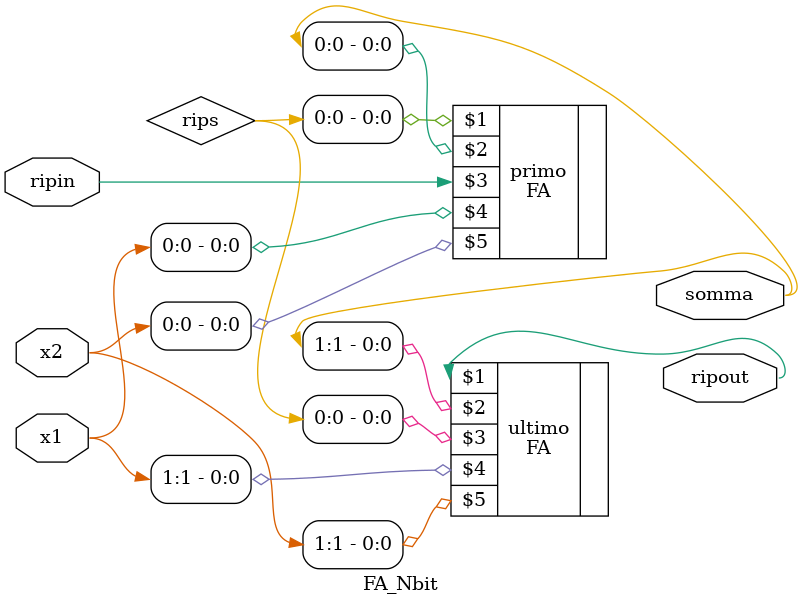
<source format=v>
module FA_Nbit(output ripout, output [N-1:0]somma, input ripin, input [N-1:0]x1, input [N-1:0]x2);
    parameter N=2;
    wire [N-1:0]rips;

    FA primo(rips[0], somma[0], ripin, x1[0], x2[0]);

    genvar i;
    generate
        for (i=1; i<N-1; i=i+1)
            begin
                FA fa(rips[i], somma[i], rips[i-1], x1[i], x2[i]);
            end
    endgenerate

    FA ultimo(ripout, somma[N-1], rips[N-2], x1[N-1], x2[N-1]);
endmodule
</source>
